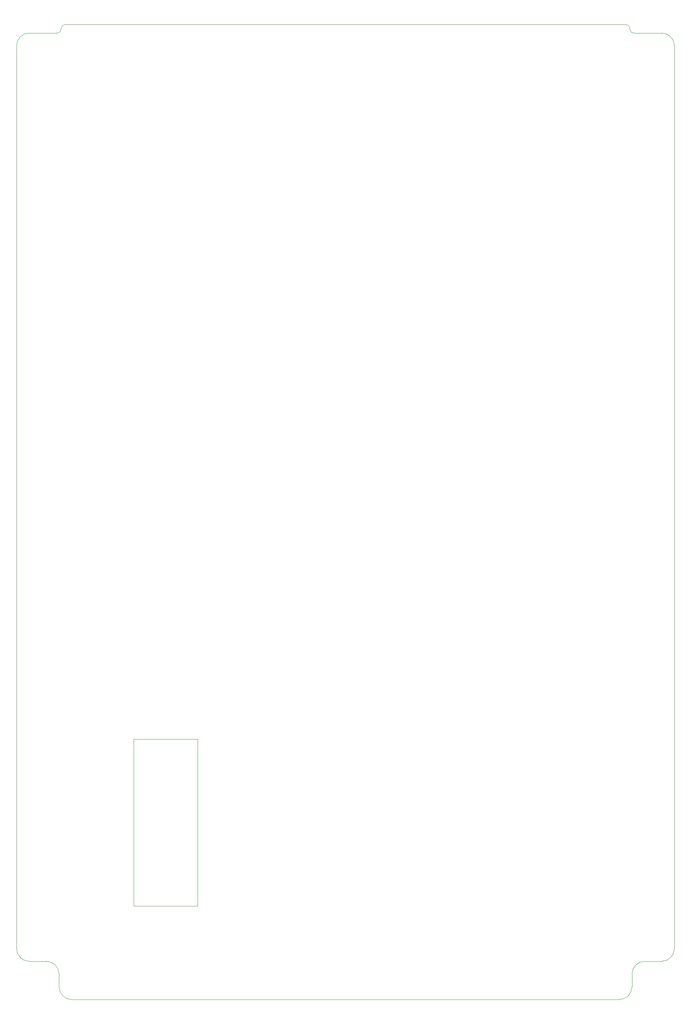
<source format=gko>
G75*
G70*
%OFA0B0*%
%FSLAX25Y25*%
%IPPOS*%
%LPD*%
%AMOC8*
5,1,8,0,0,1.08239X$1,22.5*
%
%ADD63C,0.00197*%
%ADD73C,0.00079*%
X0000000Y0000000D02*
%LPD*%
G01*
D63*
X0039370Y0023622D02*
G75*
G03*
X0027559Y0035433I-011811J0000000D01*
G01*
X0045276Y0903543D02*
G75*
G03*
X0041339Y0899606I0000000J-003937D01*
G01*
X0037402Y0895669D02*
G75*
G03*
X0041339Y0899606I0000000J0003937D01*
G01*
X0570866Y0023622D02*
X0570866Y0011811D01*
X0011811Y0035433D02*
X0027559Y0035433D01*
X0051181Y0000000D02*
X0559055Y0000000D01*
X0610236Y0883858D02*
G75*
G03*
X0598425Y0895669I-011811J0000000D01*
G01*
X0037402Y0895669D02*
X0011811Y0895669D01*
X0598425Y0035433D02*
X0582677Y0035433D01*
X0011811Y0895669D02*
G75*
G03*
X0000000Y0883858I0000000J-011811D01*
G01*
X0568898Y0899606D02*
G75*
G03*
X0572835Y0895669I0003937J0000000D01*
G01*
X0039370Y0023622D02*
X0039370Y0011811D01*
X0039370Y0011811D02*
G75*
G03*
X0051181Y0000000I0011811J0000000D01*
G01*
X0000000Y0047244D02*
G75*
G03*
X0011811Y0035433I0011811J0000000D01*
G01*
X0559055Y0000000D02*
G75*
G03*
X0570866Y0011811I0000000J0011811D01*
G01*
X0572835Y0895669D02*
X0598425Y0895669D01*
X0598425Y0035433D02*
G75*
G03*
X0610236Y0047244I0000000J0011811D01*
G01*
X0000000Y0883858D02*
X0000000Y0047244D01*
X0582677Y0035433D02*
G75*
G03*
X0570866Y0023622I0000000J-011811D01*
G01*
X0568898Y0899606D02*
G75*
G03*
X0564961Y0903543I-003937J0000000D01*
G01*
X0045276Y0903543D02*
X0564961Y0903543D01*
X0610236Y0883858D02*
X0610236Y0047244D01*
X0217126Y0375197D02*
G01*
G75*
X0108563Y0241417D02*
%LPD*%
G01*
D73*
X0108563Y0241417D02*
X0108563Y0086496D01*
X0108563Y0086496D02*
X0168012Y0086496D01*
X0168012Y0086496D02*
X0168012Y0241417D01*
X0168012Y0241417D02*
X0108563Y0241417D01*
X0167569Y0276332D02*
G01*
G75*
M02*

</source>
